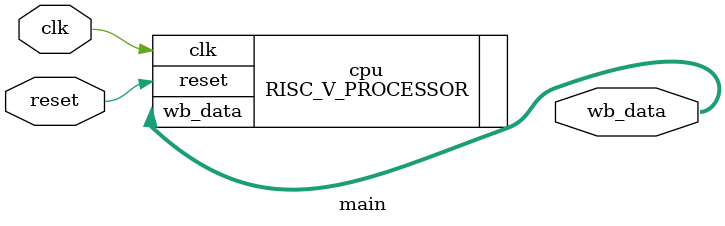
<source format=v>
`timescale 1ns / 1ps


module main(
    input clk,
    input reset,
    output [31:0] wb_data  // Make wb_data an output port
);
  
// RISC-V Processor
    RISC_V_PROCESSOR cpu (
        .clk(clk),
        .reset(reset),
        .wb_data(wb_data)
    );

    // VIO removed - reset is now an input port


endmodule
</source>
